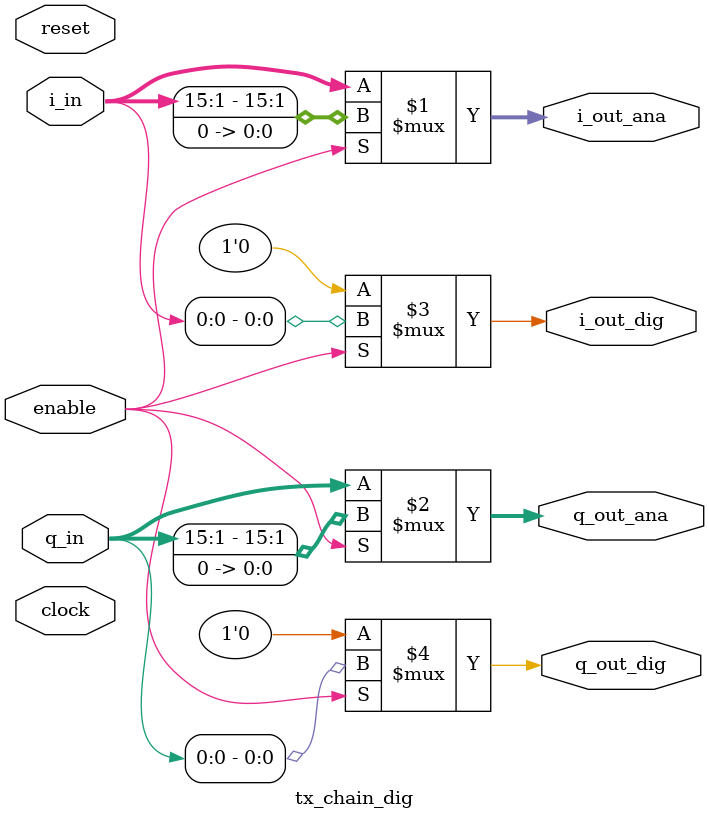
<source format=v>
module tx_chain_dig
  (input clock,
   input reset,
   input enable,
   input wire [15:0] i_in,
   input wire [15:0] q_in,
   output wire [15:0] i_out_ana,
   output wire [15:0] q_out_ana,
   output wire i_out_dig,
   output wire q_out_dig
   );
   assign i_out_ana = (enable)?{i_in[15:1],1'b0}:i_in;
   assign q_out_ana = (enable)?{q_in[15:1],1'b0}:q_in;
   assign i_out_dig = (enable)?i_in[0]:1'b0;
   assign q_out_dig = (enable)?q_in[0]:1'b0;
endmodule
</source>
